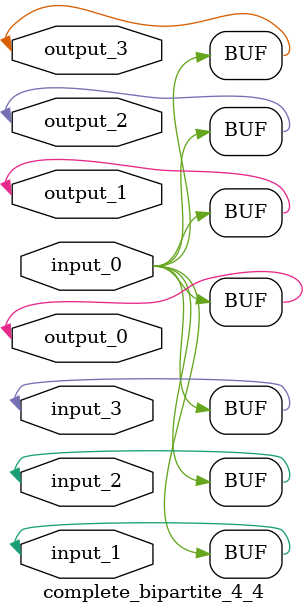
<source format=v>
module complete_bipartite_4_4 (
inout input_0,inout input_1,inout input_2,inout input_3,inout output_0,inout output_1,inout output_2,inout output_3
);
assign output_0 = input_0;
assign output_1 = input_0;
assign output_2 = input_0;
assign output_3 = input_0;
assign output_0 = input_1;
assign output_1 = input_1;
assign output_2 = input_1;
assign output_3 = input_1;
assign output_0 = input_2;
assign output_1 = input_2;
assign output_2 = input_2;
assign output_3 = input_2;
assign output_0 = input_3;
assign output_1 = input_3;
assign output_2 = input_3;
assign output_3 = input_3;
endmodule

</source>
